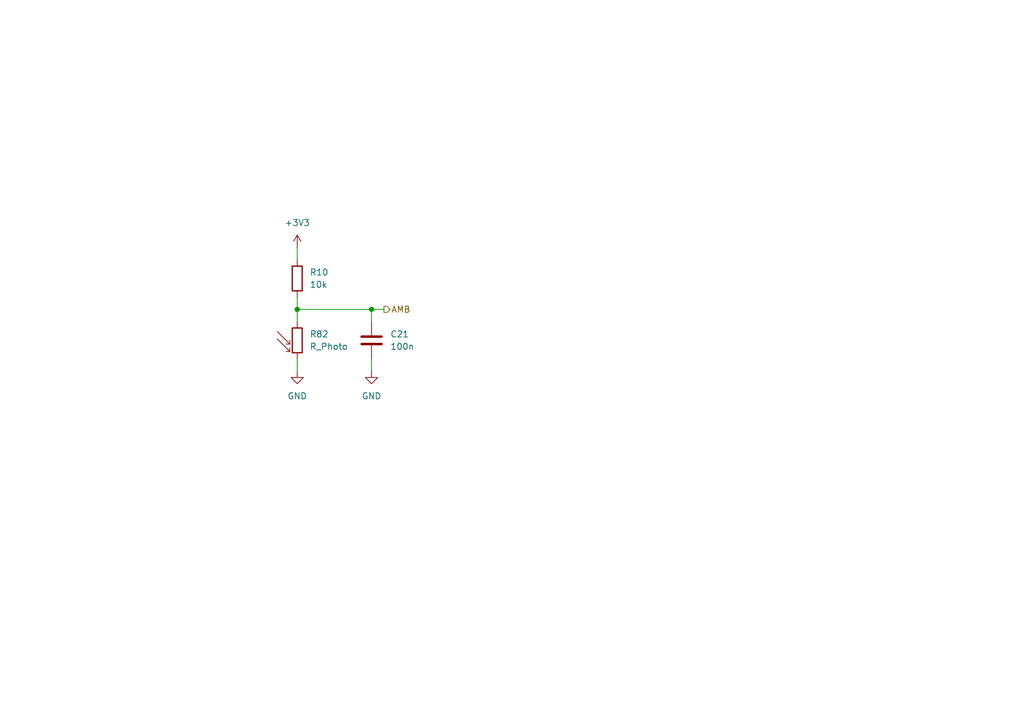
<source format=kicad_sch>
(kicad_sch (version 20231120) (generator "eeschema") (generator_version "8.0")
  (paper "A5")
  (lib_symbols
    (symbol "Device:C" (pin_numbers hide) (pin_names (offset 0.254))
      (property "Reference" "C" (at 0.635 2.54 0))
      (property "Value" "C" (at 0.635 -2.54 0))
      (symbol "C_0_1"
        (polyline (pts (xy -2.032 -0.762) (xy 2.032 -0.762)) (stroke (width 0.508)))
        (polyline (pts (xy -2.032 0.762) (xy 2.032 0.762)) (stroke (width 0.508)))
      )
      (symbol "C_1_1"
        (pin passive line (at 0 3.81 270) (length 2.794) (name "~") (number "1"))
        (pin passive line (at 0 -3.81 90) (length 2.794) (name "~") (number "2"))
      )
    )
    (symbol "Device:R" (pin_numbers hide) (pin_names (offset 0))
      (property "Reference" "R" (at 2.032 0 90))
      (property "Value" "R" (at 0 0 90))
      (symbol "R_0_1"
        (rectangle (start -1.016 -2.54) (end 1.016 2.54) (stroke (width 0.254)))
      )
      (symbol "R_1_1"
        (pin passive line (at 0 3.81 270) (length 1.27) (name "~") (number "1"))
        (pin passive line (at 0 -3.81 90) (length 1.27) (name "~") (number "2"))
      )
    )
    (symbol "Device:R_Photo" (pin_numbers hide) (pin_names (offset 0))
      (property "Reference" "R" (at 1.27 1.27 0))
      (property "Value" "R_Photo" (at 1.27 0 0))
      (symbol "R_Photo_0_1"
        (rectangle (start -1.016 2.54) (end 1.016 -2.54) (stroke (width 0.254)))
        (polyline (pts (xy -1.524 -2.286) (xy -4.064 0.254)))
        (polyline (pts (xy -1.524 -2.286) (xy -2.286 -2.286)))
        (polyline (pts (xy -1.524 -2.286) (xy -1.524 -1.524)))
        (polyline (pts (xy -1.524 -0.762) (xy -4.064 1.778)))
        (polyline (pts (xy -1.524 -0.762) (xy -2.286 -0.762)))
        (polyline (pts (xy -1.524 -0.762) (xy -1.524 0)))
      )
      (symbol "R_Photo_1_1"
        (pin passive line (at 0 3.81 270) (length 1.27) (name "~") (number "1"))
        (pin passive line (at 0 -3.81 90) (length 1.27) (name "~") (number "2"))
      )
    )
    (symbol "power:+3V3" (power) (pin_numbers hide) (pin_names (offset 0) hide)
      (property "Value" "+3V3" (at 0 3.556 0))
      (symbol "+3V3_0_1"
        (polyline (pts (xy -0.762 1.27) (xy 0 2.54)))
        (polyline (pts (xy 0 0) (xy 0 2.54)))
        (polyline (pts (xy 0 2.54) (xy 0.762 1.27)))
      )
      (symbol "+3V3_1_1"
        (pin power_in line (at 0 0 90) (length 0) (name "~") (number "1"))
      )
    )
    (symbol "power:GND" (power) (pin_names (offset 0))
      (property "Value" "GND" (at 0 -3.81 0))
      (symbol "GND_0_1"
        (polyline (pts (xy 0 0) (xy 0 -1.27) (xy 1.27 -1.27) (xy 0 -2.54) (xy -1.27 -1.27) (xy 0 -1.27)))
      )
      (symbol "GND_1_1"
        (pin power_in line (at 0 0 270) (length 0) hide (name "GND") (number "1"))
      )
    )
  )
  (junction (at 76.2 63.5))
  (junction (at 60.96 63.5))
  (wire (pts (xy 60.96 63.5) (xy 60.96 66.04)))
  (wire (pts (xy 76.2 66.04) (xy 76.2 63.5)))
  (wire (pts (xy 60.96 73.66) (xy 60.96 76.2)))
  (wire (pts (xy 60.96 50.8) (xy 60.96 53.34)))
  (wire (pts (xy 60.96 60.96) (xy 60.96 63.5)))
  (wire (pts (xy 76.2 63.5) (xy 78.74 63.5)))
  (wire (pts (xy 60.96 63.5) (xy 76.2 63.5)))
  (wire (pts (xy 76.2 73.66) (xy 76.2 76.2)))
  (hierarchical_label "AMB" (shape output) (at 78.74 63.5 0))
  (symbol (lib_id "power:GND") (at 60.96 76.2 0) (unit 1)
    (property "Reference" "#PWR0102" (effects (hide yes)))
    (property "Value" "GND" (at 60.96 81.28 0))
    (instances (project "raven" (path "" (reference "#PWR0272") (unit 1)) (path "" (reference "#PWR0275") (unit 1))))
  )
  (symbol (lib_id "Device:R") (at 60.96 57.15 0) (unit 1)
    (property "Reference" "R10" (at 63.5 55.8799 0) (effects (justify left)))
    (property "Value" "10k" (at 63.5 58.4199 0) (effects (justify left)))
    (property "Footprint" "Resistor_SMD:R_0402_1005Metric" (effects (hide yes)))
    (property "Description" "Resistor" (effects (hide yes)))
    (property "LCSC" "C25744" (effects (hide yes)))
    (instances (project "raven" (path "" (reference "R10") (unit 1)) (path "" (reference "R83") (unit 1))))
  )
  (symbol (lib_id "power:+3V3") (at 60.96 50.8 0) (unit 1)
    (property "Reference" "#PWR074" (effects (hide yes)))
    (property "Value" "+3V3" (at 60.96 45.72 0))
    (property "Description" "Power symbol creates a global label with name \"+3V3\"" (effects (hide yes)))
    (instances (project "raven" (path "" (reference "#PWR074") (unit 1)) (path "" (reference "#PWR0274") (unit 1))))
  )
  (symbol (lib_id "power:GND") (at 76.2 76.2 0) (unit 1)
    (property "Reference" "#PWR0103" (effects (hide yes)))
    (property "Value" "GND" (at 76.2 81.28 0))
    (instances (project "raven" (path "" (reference "#PWR0273") (unit 1)) (path "" (reference "#PWR0276") (unit 1))))
  )
  (symbol (lib_id "Device:C") (at 76.2 69.85 0) (unit 1)
    (property "Reference" "C1" (at 80.01 68.5799 0) (effects (justify left)))
    (property "Value" "100n" (at 80.01 71.1199 0) (effects (justify left)))
    (property "Footprint" "Capacitor_SMD:C_0402_1005Metric" (effects (hide yes)))
    (property "Description" "Unpolarized capacitor" (effects (hide yes)))
    (property "LCSC" "C1525" (effects (hide yes)))
    (instances (project "raven" (path "" (reference "C21") (unit 1)) (path "" (reference "C22") (unit 1))))
  )
  (symbol (lib_id "Device:R_Photo") (at 60.96 69.85 0) (unit 1)
    (property "Reference" "R82" (at 63.5 68.5799 0) (effects (justify left)))
    (property "Value" "R_Photo" (at 63.5 71.1199 0) (effects (justify left)))
    (property "Footprint" "Resistor_SMD:R_1210_3225Metric" (effects (hide yes)))
    (property "Description" "Photoresistor" (effects (hide yes)))
    (property "LCSC" "C2904880" (effects (hide yes)))
    (instances (project "raven" (path "" (reference "R82") (unit 1)) (path "" (reference "R84") (unit 1))))
  )
)
</source>
